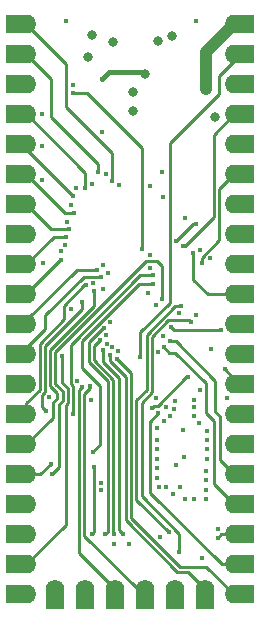
<source format=gbr>
%TF.GenerationSoftware,KiCad,Pcbnew,6.0.1-79c1e3a40b~116~ubuntu20.04.1*%
%TF.CreationDate,2022-03-09T16:59:07+01:00*%
%TF.ProjectId,microcontroller_mini,6d696372-6f63-46f6-9e74-726f6c6c6572,rev?*%
%TF.SameCoordinates,Original*%
%TF.FileFunction,Copper,L4,Bot*%
%TF.FilePolarity,Positive*%
%FSLAX46Y46*%
G04 Gerber Fmt 4.6, Leading zero omitted, Abs format (unit mm)*
G04 Created by KiCad (PCBNEW 6.0.1-79c1e3a40b~116~ubuntu20.04.1) date 2022-03-09 16:59:07*
%MOMM*%
%LPD*%
G01*
G04 APERTURE LIST*
%TA.AperFunction,ComponentPad*%
%ADD10O,2.400000X1.600000*%
%TD*%
%TA.AperFunction,ComponentPad*%
%ADD11R,1.000000X1.600000*%
%TD*%
%TA.AperFunction,ComponentPad*%
%ADD12O,1.600000X2.400000*%
%TD*%
%TA.AperFunction,ComponentPad*%
%ADD13R,1.600000X1.000000*%
%TD*%
%TA.AperFunction,ViaPad*%
%ADD14C,0.800000*%
%TD*%
%TA.AperFunction,ViaPad*%
%ADD15C,0.450000*%
%TD*%
%TA.AperFunction,Conductor*%
%ADD16C,1.000000*%
%TD*%
%TA.AperFunction,Conductor*%
%ADD17C,0.250000*%
%TD*%
%TA.AperFunction,Conductor*%
%ADD18C,0.400000*%
%TD*%
G04 APERTURE END LIST*
D10*
%TO.P,J1,1,Pin_1*%
%TO.N,PB11*%
X86460978Y-50810000D03*
D11*
X85660978Y-50810000D03*
%TO.P,J1,2,Pin_2*%
%TO.N,PB12*%
X85660978Y-53350000D03*
D10*
X86460978Y-53350000D03*
D11*
%TO.P,J1,3,Pin_3*%
%TO.N,GNDD*%
X85660978Y-55890000D03*
D10*
X86460978Y-55890000D03*
%TO.P,J1,4,Pin_4*%
%TO.N,PB13*%
X86460978Y-58430000D03*
D11*
X85660978Y-58430000D03*
D10*
%TO.P,J1,5,Pin_5*%
%TO.N,PB14*%
X86460978Y-60970000D03*
D11*
X85660978Y-60970000D03*
D10*
%TO.P,J1,6,Pin_6*%
%TO.N,PB15*%
X86460978Y-63510000D03*
D11*
X85660978Y-63510000D03*
D10*
%TO.P,J1,7,Pin_7*%
%TO.N,PC6*%
X86460978Y-66050000D03*
D11*
X85660978Y-66050000D03*
D10*
%TO.P,J1,8,Pin_8*%
%TO.N,GNDD*%
X86460978Y-68590000D03*
D11*
X85660978Y-68590000D03*
D10*
%TO.P,J1,9,Pin_9*%
%TO.N,PC7*%
X86460978Y-71130000D03*
D11*
X85660978Y-71130000D03*
D10*
%TO.P,J1,10,Pin_10*%
%TO.N,PC8*%
X86460978Y-73670000D03*
D11*
X85660978Y-73670000D03*
%TO.P,J1,11,Pin_11*%
%TO.N,PC9*%
X85660978Y-76210000D03*
D10*
X86460978Y-76210000D03*
%TO.P,J1,12,Pin_12*%
%TO.N,PA8*%
X86460978Y-78750000D03*
D11*
X85660978Y-78750000D03*
%TO.P,J1,13,Pin_13*%
%TO.N,GNDD*%
X85660978Y-81290000D03*
D10*
X86460978Y-81290000D03*
D11*
%TO.P,J1,14,Pin_14*%
%TO.N,PA9*%
X85660978Y-83830000D03*
D10*
X86460978Y-83830000D03*
D11*
%TO.P,J1,15,Pin_15*%
%TO.N,PA10*%
X85660978Y-86370000D03*
D10*
X86460978Y-86370000D03*
D11*
%TO.P,J1,16,Pin_16*%
%TO.N,PC10*%
X85660978Y-88910000D03*
D10*
X86460978Y-88910000D03*
D11*
%TO.P,J1,17,Pin_17*%
%TO.N,PC11*%
X85660978Y-91450000D03*
D10*
X86460978Y-91450000D03*
%TO.P,J1,18,Pin_18*%
%TO.N,GNDD*%
X86460978Y-93990000D03*
D11*
X85660978Y-93990000D03*
%TO.P,J1,19,Pin_19*%
%TO.N,PC12*%
X85660978Y-96530000D03*
D10*
X86460978Y-96530000D03*
D11*
%TO.P,J1,20,Pin_20*%
%TO.N,PB4*%
X85660978Y-99070000D03*
D10*
X86460978Y-99070000D03*
D12*
%TO.P,J1,21,Pin_21*%
%TO.N,PB5*%
X89310978Y-99010000D03*
D13*
X89310978Y-99810000D03*
D12*
%TO.P,J1,22,Pin_22*%
%TO.N,GNDD*%
X91850978Y-99010000D03*
D13*
X91850978Y-99810000D03*
D12*
%TO.P,J1,23,Pin_23*%
%TO.N,PB6*%
X94390978Y-99010000D03*
D13*
X94390978Y-99810000D03*
D12*
%TO.P,J1,24,Pin_24*%
%TO.N,PB7*%
X96930978Y-99010000D03*
D13*
X96930978Y-99810000D03*
%TO.P,J1,25,Pin_25*%
%TO.N,GNDD*%
X99470978Y-99810000D03*
D12*
X99470978Y-99010000D03*
%TO.P,J1,26,Pin_26*%
%TO.N,PB8*%
X102010978Y-99010000D03*
D13*
X102010978Y-99810000D03*
D10*
%TO.P,J1,27,Pin_27*%
%TO.N,PB9*%
X104860978Y-99070000D03*
D11*
X105660978Y-99070000D03*
%TO.P,J1,28,Pin_28*%
%TO.N,PC13*%
X105660978Y-96530000D03*
D10*
X104860978Y-96530000D03*
D11*
%TO.P,J1,29,Pin_29*%
%TO.N,GNDD*%
X105660978Y-93990000D03*
D10*
X104860978Y-93990000D03*
%TO.P,J1,30,Pin_30*%
%TO.N,PC0*%
X104860978Y-91450000D03*
D11*
X105660978Y-91450000D03*
%TO.P,J1,31,Pin_31*%
%TO.N,PC1*%
X105660978Y-88910000D03*
D10*
X104860978Y-88910000D03*
%TO.P,J1,32,Pin_32*%
%TO.N,PC2*%
X104860978Y-86370000D03*
D11*
X105660978Y-86370000D03*
D10*
%TO.P,J1,33,Pin_33*%
%TO.N,PC3*%
X104860978Y-83830000D03*
D11*
X105660978Y-83830000D03*
%TO.P,J1,34,Pin_34*%
%TO.N,GNDD*%
X105660978Y-81290000D03*
D10*
X104860978Y-81290000D03*
D11*
%TO.P,J1,35,Pin_35*%
%TO.N,PA0*%
X105660978Y-78750000D03*
D10*
X104860978Y-78750000D03*
D11*
%TO.P,J1,36,Pin_36*%
%TO.N,PA1*%
X105660978Y-76210000D03*
D10*
X104860978Y-76210000D03*
D11*
%TO.P,J1,37,Pin_37*%
%TO.N,PB0*%
X105660978Y-73670000D03*
D10*
X104860978Y-73670000D03*
%TO.P,J1,38,Pin_38*%
%TO.N,PA5*%
X104860978Y-71130000D03*
D11*
X105660978Y-71130000D03*
%TO.P,J1,39,Pin_39*%
%TO.N,GNDD*%
X105660978Y-68590000D03*
D10*
X104860978Y-68590000D03*
%TO.P,J1,40,Pin_40*%
%TO.N,PA6*%
X104860978Y-66050000D03*
D11*
X105660978Y-66050000D03*
%TO.P,J1,41,Pin_35*%
%TO.N,PC4*%
X105660978Y-63510000D03*
D10*
X104860978Y-63510000D03*
%TO.P,J1,42,Pin_36*%
%TO.N,+3V3*%
X104860978Y-60970000D03*
D11*
X105660978Y-60970000D03*
D10*
%TO.P,J1,43,Pin_37*%
%TO.N,PB1*%
X104860978Y-58430000D03*
D11*
X105660978Y-58430000D03*
D10*
%TO.P,J1,44,Pin_38*%
%TO.N,GNDD*%
X104860978Y-55890000D03*
D11*
X105660978Y-55890000D03*
%TO.P,J1,45,Pin_39*%
%TO.N,+BATT*%
X105660978Y-53350000D03*
D10*
X104860978Y-53350000D03*
D11*
%TO.P,J1,46,Pin_40*%
%TO.N,+5VD*%
X105660978Y-50810000D03*
D10*
X104860978Y-50810000D03*
%TD*%
D14*
%TO.N,+5VD*%
X102100000Y-56300000D03*
D15*
%TO.N,VBUS*%
X93300000Y-55400000D03*
D14*
X96900000Y-55000000D03*
D15*
%TO.N,+3V3*%
X92580978Y-88240000D03*
X103330978Y-76690000D03*
X92430978Y-93940000D03*
X99129483Y-76454659D03*
X91560978Y-74330878D03*
X88532947Y-83506762D03*
%TO.N,GNDD*%
X103660978Y-80010000D03*
X102180978Y-85990000D03*
X102180978Y-85240000D03*
X102180978Y-86790000D03*
X102080978Y-90990000D03*
X97802066Y-82424393D03*
X102427112Y-70600000D03*
X97930978Y-89190000D03*
D14*
X92400000Y-51700000D03*
D15*
X97930978Y-84990000D03*
X94703111Y-64390000D03*
X102080978Y-90190000D03*
X101760100Y-96010878D03*
X98480978Y-84390000D03*
X101080978Y-90990000D03*
X103854989Y-82410000D03*
X100130978Y-85110000D03*
X101260978Y-67710000D03*
X97330978Y-71390000D03*
D14*
X99200000Y-51790000D03*
D15*
X97330978Y-70290000D03*
X99280978Y-90590000D03*
X101080978Y-83190000D03*
X101210978Y-75440000D03*
X102080978Y-88590000D03*
X88200000Y-61100000D03*
X91080978Y-64690000D03*
X97930978Y-88390000D03*
X102480978Y-78290000D03*
X101586444Y-69886444D03*
X89830978Y-69990000D03*
X94310978Y-94810000D03*
X100260978Y-67210000D03*
X97360978Y-64510000D03*
X88779924Y-82374180D03*
X97930978Y-87590000D03*
X97871711Y-74549267D03*
D14*
X102800000Y-58600000D03*
D15*
X93360978Y-71210000D03*
X90680978Y-66090000D03*
X99566307Y-69110000D03*
X93669342Y-77835331D03*
X88280978Y-71034721D03*
X95560978Y-94810000D03*
X93156967Y-89590000D03*
X97930978Y-86790000D03*
X94630978Y-78490000D03*
X100230978Y-87410000D03*
X99788703Y-75255164D03*
X90130978Y-69440000D03*
X91180978Y-80990000D03*
X88200000Y-58400000D03*
X97180978Y-73540000D03*
X93330978Y-73240000D03*
X90800000Y-55900000D03*
X98730978Y-83190000D03*
X98310978Y-63310000D03*
X98080978Y-89990000D03*
X93279122Y-59879122D03*
X90260978Y-50510000D03*
X88200000Y-64000000D03*
X92430978Y-64309872D03*
X100280978Y-90990000D03*
X99430978Y-82690000D03*
X90630978Y-74890000D03*
X98209698Y-94165410D03*
X98046682Y-78575293D03*
X102080978Y-89390000D03*
X101530978Y-81740000D03*
X99380978Y-83390000D03*
X98460978Y-65410000D03*
X93935534Y-76035570D03*
X92542414Y-72702185D03*
X101080978Y-83990000D03*
X92330978Y-82590000D03*
X103060978Y-93510000D03*
X90280978Y-67490000D03*
X101080978Y-82590000D03*
X103060978Y-94310000D03*
D14*
X98000000Y-52200000D03*
X92080978Y-53590000D03*
X95900000Y-56500000D03*
D15*
X98460978Y-77210000D03*
X99880978Y-89990000D03*
D14*
X95900000Y-58100000D03*
D15*
X93606256Y-77121131D03*
X102180978Y-87640000D03*
X97930978Y-85990000D03*
X93574182Y-63490000D03*
X93156967Y-90190000D03*
X99030978Y-83940000D03*
X99530978Y-88110000D03*
X94130978Y-78140000D03*
X93810978Y-71860000D03*
X101200000Y-50500000D03*
X101480978Y-84590000D03*
D14*
X94200000Y-52300000D03*
D15*
X98680978Y-89990000D03*
%TO.N,/NRST*%
X97481478Y-83248263D03*
X100560978Y-80660000D03*
%TO.N,PA4*%
X98330978Y-74090000D03*
X89010978Y-88860000D03*
%TO.N,PB11*%
X94123682Y-64096546D03*
%TO.N,PA8*%
X93210978Y-72160000D03*
%TO.N,PA9*%
X91912097Y-72858881D03*
%TO.N,PC10*%
X88936478Y-88023124D03*
%TO.N,/SWDIO*%
X93560978Y-93960000D03*
X93468075Y-76486498D03*
%TO.N,/SWCLK*%
X93098293Y-77525886D03*
X94298810Y-93974944D03*
%TO.N,/SWO*%
X95060978Y-93960000D03*
X93330978Y-78390000D03*
%TO.N,/STLINK_RX*%
X100785478Y-76010000D03*
X99830978Y-95440000D03*
%TO.N,/STLINK_TX*%
X99934944Y-74622339D03*
X98930978Y-93790000D03*
%TO.N,+BATT*%
X96498171Y-78966579D03*
%TO.N,PB12*%
X92950644Y-63308194D03*
%TO.N,PB13*%
X91861496Y-64622192D03*
%TO.N,PB14*%
X90808008Y-65321739D03*
%TO.N,PB15*%
X90880978Y-66790000D03*
%TO.N,PB6*%
X91610345Y-81477337D03*
%TO.N,PB7*%
X92279446Y-81381421D03*
%TO.N,PB1*%
X100100000Y-69600000D03*
%TO.N,/EEPROM_WP*%
X92480978Y-86990000D03*
X97630978Y-72790000D03*
%TO.N,PB0*%
X101017048Y-70198919D03*
%TO.N,PB8*%
X93928561Y-78757155D03*
%TO.N,PC6*%
X90510978Y-68140000D03*
%TO.N,PC7*%
X90230978Y-68790000D03*
%TO.N,PC8*%
X89830978Y-70790000D03*
%TO.N,PC9*%
X92810978Y-71560000D03*
%TO.N,PB9*%
X94524200Y-79130665D03*
%TO.N,PA10*%
X92610978Y-73360000D03*
%TO.N,PC12*%
X89883529Y-78896501D03*
%TO.N,PC13*%
X98030978Y-83740000D03*
%TO.N,PC4*%
X101700000Y-71000000D03*
%TO.N,PC5*%
X97630978Y-72040000D03*
X90780978Y-83790000D03*
%TO.N,PC0*%
X98532542Y-78144254D03*
%TO.N,PC1*%
X99060978Y-77610000D03*
%TO.N,PA5*%
X90800000Y-56600000D03*
X96630978Y-69840000D03*
%TD*%
D16*
%TO.N,+5VD*%
X102100000Y-53170978D02*
X102100000Y-56300000D01*
X104460978Y-50810000D02*
X102100000Y-53170978D01*
D17*
%TO.N,+BATT*%
X104460978Y-53350000D02*
X104460978Y-53939022D01*
X104460978Y-53939022D02*
X103200000Y-55200000D01*
X103200000Y-55200000D02*
X103200000Y-56700000D01*
X103200000Y-56700000D02*
X99016807Y-60883193D01*
X99016807Y-60883193D02*
X99016807Y-74354171D01*
X99016807Y-74354171D02*
X96498171Y-76872807D01*
X96498171Y-76872807D02*
X96498171Y-78966579D01*
D18*
%TO.N,VBUS*%
X93900000Y-54800000D02*
X96700000Y-54800000D01*
X93300000Y-55400000D02*
X93900000Y-54800000D01*
X96700000Y-54800000D02*
X96900000Y-55000000D01*
D17*
%TO.N,PB12*%
X88960978Y-58610000D02*
X92950644Y-62599666D01*
X88960978Y-55450000D02*
X88960978Y-58610000D01*
X92950644Y-62599666D02*
X92950644Y-63308194D01*
X86860978Y-53350000D02*
X88960978Y-55450000D01*
%TO.N,PA5*%
X92000000Y-56600000D02*
X90800000Y-56600000D01*
X96630978Y-61230978D02*
X92000000Y-56600000D01*
X96630978Y-69840000D02*
X96630978Y-61230978D01*
%TO.N,+3V3*%
X88211976Y-82165017D02*
X88211976Y-83185791D01*
X88435008Y-81941985D02*
X88211976Y-82165017D01*
X92594220Y-93776758D02*
X92594220Y-88253242D01*
X92594220Y-88253242D02*
X92580978Y-88240000D01*
X92430978Y-93940000D02*
X92594220Y-93776758D01*
X99129483Y-76454659D02*
X99364824Y-76690000D01*
X88435009Y-78012673D02*
X88435008Y-81941985D01*
X91560978Y-74886704D02*
X88435009Y-78012673D01*
X88211976Y-83185791D02*
X88532947Y-83506762D01*
X99364824Y-76690000D02*
X103330978Y-76690000D01*
X91560978Y-74330878D02*
X91560978Y-74886704D01*
%TO.N,GNDD*%
X104460978Y-81290000D02*
X104460978Y-80810000D01*
X100966307Y-67710000D02*
X99566307Y-69110000D01*
X103380978Y-93990000D02*
X103060978Y-94310000D01*
X101260978Y-67710000D02*
X100966307Y-67710000D01*
X104460978Y-80810000D02*
X103660978Y-80010000D01*
X104460978Y-93990000D02*
X103380978Y-93990000D01*
%TO.N,/NRST*%
X97652124Y-83077617D02*
X97481478Y-83248263D01*
X97993361Y-83077617D02*
X97652124Y-83077617D01*
X100560978Y-80660000D02*
X100410978Y-80660000D01*
X100410978Y-80660000D02*
X97993361Y-83077617D01*
%TO.N,PA4*%
X89334030Y-81207348D02*
X89334029Y-78532145D01*
X97891477Y-70840499D02*
X98330978Y-71280000D01*
X89930486Y-81803804D02*
X89334030Y-81207348D01*
X89334029Y-78532145D02*
X97025675Y-70840499D01*
X89930486Y-82663461D02*
X89930486Y-81803804D01*
X89010978Y-88860000D02*
X89631467Y-88239511D01*
X98330978Y-71280000D02*
X98330978Y-74090000D01*
X89631467Y-82962480D02*
X89930486Y-82663461D01*
X97025675Y-70840499D02*
X97891477Y-70840499D01*
X89631467Y-88239511D02*
X89631467Y-82962480D01*
%TO.N,PB11*%
X94123682Y-61722704D02*
X94123682Y-64096546D01*
X86860978Y-50810000D02*
X90210978Y-54160000D01*
X90210978Y-54160000D02*
X90210978Y-57810000D01*
X90210978Y-57810000D02*
X94123682Y-61722704D01*
%TO.N,PA8*%
X88460978Y-76588296D02*
X88460978Y-75432887D01*
X86860978Y-78750000D02*
X86860978Y-78188296D01*
X93203662Y-72152684D02*
X93210978Y-72160000D01*
X88460978Y-75432887D02*
X91741181Y-72152684D01*
X86860978Y-78188296D02*
X88460978Y-76588296D01*
X91741181Y-72152684D02*
X93203662Y-72152684D01*
%TO.N,PA9*%
X87985498Y-77826480D02*
X90031477Y-75780501D01*
X90031477Y-75780501D02*
X90031477Y-74612388D01*
X90031477Y-74612388D02*
X91784984Y-72858881D01*
X91784984Y-72858881D02*
X91912097Y-72858881D01*
X87985498Y-81755791D02*
X87985498Y-77826480D01*
X86860978Y-82880311D02*
X87985498Y-81755791D01*
X86860978Y-83830000D02*
X86860978Y-82880311D01*
%TO.N,PC10*%
X88060978Y-88910000D02*
X88936478Y-88034500D01*
X86860978Y-88910000D02*
X88060978Y-88910000D01*
X88936478Y-88034500D02*
X88936478Y-88023124D01*
%TO.N,/SWDIO*%
X93738006Y-93782972D02*
X93738006Y-81028696D01*
X93560978Y-93960000D02*
X93738006Y-93782972D01*
X92131467Y-79422157D02*
X92131467Y-77715601D01*
X93360570Y-76486498D02*
X93468075Y-76486498D01*
X92131467Y-77715601D02*
X93360570Y-76486498D01*
X93738006Y-81028696D02*
X92131467Y-79422157D01*
%TO.N,/SWCLK*%
X94230488Y-93906622D02*
X94230488Y-80885467D01*
X94230488Y-80885467D02*
X92580978Y-79235957D01*
X92580978Y-79235957D02*
X92580978Y-78043201D01*
X92580978Y-78043201D02*
X93098293Y-77525886D01*
X94298810Y-93974944D02*
X94230488Y-93906622D01*
%TO.N,/SWO*%
X94679999Y-93579021D02*
X94679999Y-80699281D01*
X95060978Y-93960000D02*
X94679999Y-93579021D01*
X94679999Y-80699281D02*
X93330978Y-79350260D01*
X93330978Y-79350260D02*
X93330978Y-78390000D01*
%TO.N,/STLINK_RX*%
X100785478Y-76010000D02*
X100635478Y-75860000D01*
X100635478Y-75860000D02*
X98888440Y-75860000D01*
X97497181Y-81952165D02*
X96630489Y-82818857D01*
X97497182Y-77251258D02*
X97497181Y-81952165D01*
X96630489Y-82818857D02*
X96630489Y-90712398D01*
X99830978Y-93912887D02*
X99830978Y-95440000D01*
X98888440Y-75860000D02*
X97497182Y-77251258D01*
X96630489Y-90712398D02*
X99830978Y-93912887D01*
%TO.N,/STLINK_TX*%
X98930978Y-93790000D02*
X96180978Y-91040000D01*
X99490397Y-74622339D02*
X99934944Y-74622339D01*
X97047670Y-81765972D02*
X97047671Y-77065065D01*
X97047671Y-77065065D02*
X99490397Y-74622339D01*
X96180978Y-91040000D02*
X96180978Y-82632664D01*
X96180978Y-82632664D02*
X97047670Y-81765972D01*
%TO.N,PB13*%
X91861496Y-63400518D02*
X91861496Y-64622192D01*
X86890978Y-58430000D02*
X91861496Y-63400518D01*
X86860978Y-58430000D02*
X86890978Y-58430000D01*
%TO.N,PB14*%
X86860978Y-60970000D02*
X86860978Y-61374709D01*
X86860978Y-61374709D02*
X90808008Y-65321739D01*
%TO.N,PB15*%
X86860978Y-63510000D02*
X90140978Y-66790000D01*
X90140978Y-66790000D02*
X90880978Y-66790000D01*
%TO.N,PB6*%
X91331966Y-81755716D02*
X91610345Y-81477337D01*
X91331966Y-95550988D02*
X91331966Y-81755716D01*
X94390978Y-98610000D02*
X91331966Y-95550988D01*
%TO.N,PB7*%
X92279446Y-81585349D02*
X92279446Y-81381421D01*
X96930978Y-98610000D02*
X96310978Y-98610000D01*
X91781477Y-82083318D02*
X92279446Y-81585349D01*
X91781477Y-94080499D02*
X91781477Y-82083318D01*
X96310978Y-98610000D02*
X91781477Y-94080499D01*
%TO.N,PB1*%
X100300000Y-69600000D02*
X100100000Y-69600000D01*
X102760978Y-60130000D02*
X102760978Y-67139022D01*
X104460978Y-58430000D02*
X102760978Y-60130000D01*
X102760978Y-67139022D02*
X100300000Y-69600000D01*
%TO.N,/EEPROM_WP*%
X93130978Y-81455840D02*
X91560978Y-79885840D01*
X91560978Y-79885840D02*
X91560978Y-77615248D01*
X93130978Y-86340000D02*
X93130978Y-81455840D01*
X91560978Y-77615248D02*
X96386226Y-72790000D01*
X96386226Y-72790000D02*
X97630978Y-72790000D01*
X92480978Y-86990000D02*
X93130978Y-86340000D01*
%TO.N,PB0*%
X102270000Y-73670000D02*
X101017048Y-72417048D01*
X101017048Y-72417048D02*
X101017048Y-70198919D01*
X104460978Y-73670000D02*
X102270000Y-73670000D01*
%TO.N,PB8*%
X102010978Y-98610000D02*
X100560489Y-97159511D01*
X95280978Y-80664556D02*
X93928561Y-79312139D01*
X100560489Y-97159511D02*
X99650488Y-97159510D01*
X95280978Y-92790000D02*
X95280978Y-80664556D01*
X99650488Y-97159510D02*
X95280978Y-92790000D01*
X93928561Y-79312139D02*
X93928561Y-78757155D01*
%TO.N,PC6*%
X88950978Y-68140000D02*
X90510978Y-68140000D01*
X86860978Y-66050000D02*
X88950978Y-68140000D01*
%TO.N,PC7*%
X86860978Y-71130000D02*
X89200978Y-68790000D01*
X89200978Y-68790000D02*
X90230978Y-68790000D01*
%TO.N,PC8*%
X86860978Y-73670000D02*
X86860978Y-73660000D01*
X89730978Y-70790000D02*
X89830978Y-70790000D01*
X86860978Y-73660000D02*
X89730978Y-70790000D01*
%TO.N,PC9*%
X91139570Y-71560000D02*
X92810978Y-71560000D01*
X86860978Y-75838592D02*
X91139570Y-71560000D01*
X86860978Y-76210000D02*
X86860978Y-75838592D01*
%TO.N,PB9*%
X102100978Y-96710000D02*
X99836682Y-96710000D01*
X95730489Y-80336954D02*
X94524200Y-79130665D01*
X95730489Y-92603807D02*
X95730489Y-80336954D01*
X99836682Y-96710000D02*
X95730489Y-92603807D01*
X104460978Y-99070000D02*
X102100978Y-96710000D01*
%TO.N,PA10*%
X86860978Y-86370000D02*
X89082446Y-84148532D01*
X88884519Y-78345951D02*
X92610978Y-74619492D01*
X89480975Y-82450240D02*
X89480976Y-81989998D01*
X89082446Y-84148532D02*
X89082448Y-82848767D01*
X89480976Y-81989998D02*
X88884519Y-81393541D01*
X92610978Y-74619492D02*
X92610978Y-73360000D01*
X88884519Y-81393541D02*
X88884519Y-78345951D01*
X89082448Y-82848767D02*
X89480975Y-82450240D01*
%TO.N,PC12*%
X90379997Y-82849654D02*
X90379998Y-81617612D01*
X86860978Y-96530000D02*
X90196442Y-93194536D01*
X90379998Y-81617612D02*
X89883529Y-81121143D01*
X90196442Y-93194536D02*
X90196442Y-83033209D01*
X89883529Y-81121143D02*
X89883529Y-78896501D01*
X90196442Y-83033209D02*
X90379997Y-82849654D01*
%TO.N,PC13*%
X104460978Y-96530000D02*
X103420978Y-96530000D01*
X97330978Y-84440000D02*
X98030978Y-83740000D01*
X103420978Y-96530000D02*
X97330978Y-90440000D01*
X97330978Y-90440000D02*
X97330978Y-84440000D01*
%TO.N,PC4*%
X104460978Y-63510000D02*
X103210978Y-64760000D01*
X101700000Y-70549999D02*
X101700000Y-71000000D01*
X103210978Y-64760000D02*
X103210978Y-69039021D01*
X103210978Y-69039021D02*
X101700000Y-70549999D01*
%TO.N,PC5*%
X90630978Y-81232888D02*
X90630978Y-77909544D01*
X90780978Y-83790000D02*
X90829508Y-83741470D01*
X90829508Y-81431418D02*
X90630978Y-81232888D01*
X90829508Y-83741470D02*
X90829508Y-81431418D01*
X96500522Y-72040000D02*
X97630978Y-72040000D01*
X90630978Y-77909544D02*
X96500522Y-72040000D01*
%TO.N,PC0*%
X99480978Y-78590000D02*
X98978288Y-78590000D01*
X102730479Y-84389501D02*
X102080978Y-83740000D01*
X102080978Y-83740000D02*
X102080978Y-81190000D01*
X104460978Y-91450000D02*
X102730479Y-89719501D01*
X102080978Y-81190000D02*
X99480978Y-78590000D01*
X102730479Y-89719501D02*
X102730479Y-84389501D01*
X98978288Y-78590000D02*
X98532542Y-78144254D01*
%TO.N,PC1*%
X102880978Y-83590000D02*
X103230978Y-83940000D01*
X102880978Y-80990000D02*
X102880978Y-83590000D01*
X103230978Y-83940000D02*
X103230978Y-87680000D01*
X99060978Y-77610000D02*
X99500978Y-77610000D01*
X99500978Y-77610000D02*
X102880978Y-80990000D01*
X103230978Y-87680000D02*
X104460978Y-88910000D01*
%TD*%
M02*

</source>
